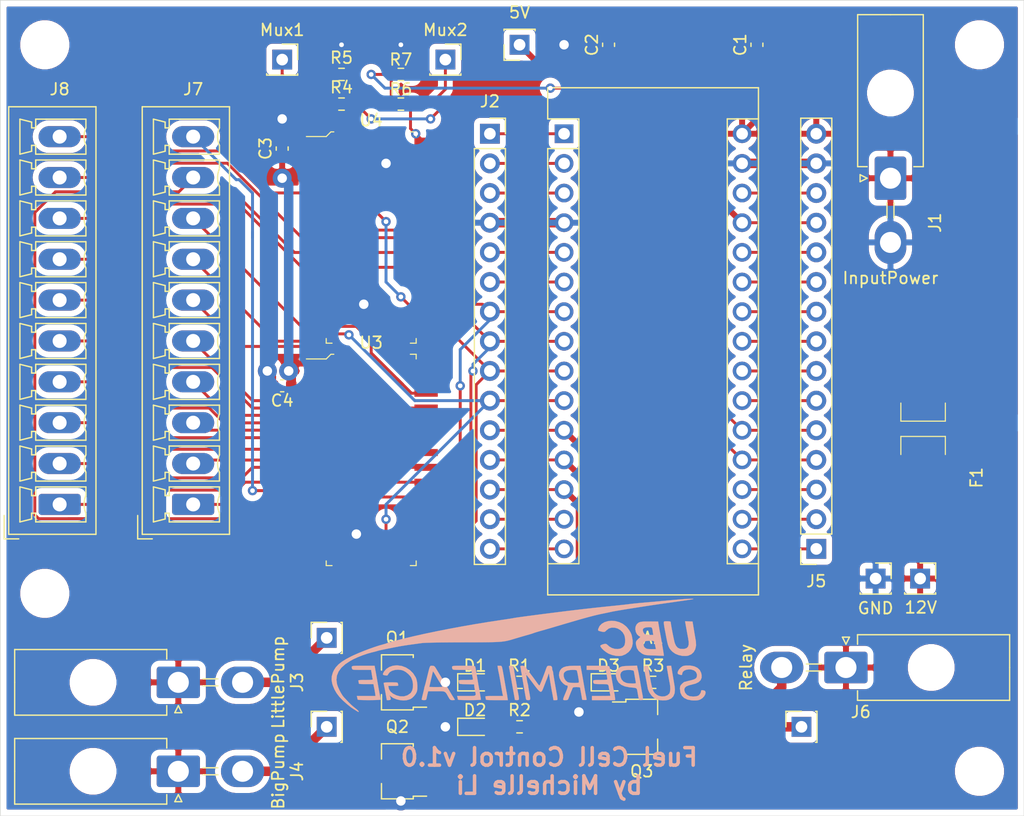
<source format=kicad_pcb>
(kicad_pcb (version 20211014) (generator pcbnew)
  (layers (0 "F.Cu" signal) (31 "B.Cu" signal) (34 "B.Paste" user) (35 "F.Paste" user) (36 "B.SilkS" user "B.Silkscreen") (37 "F.SilkS" user "F.Silkscreen") (38 "B.Mask" user) (39 "F.Mask" user) (44 "Edge.Cuts" user))
  (net 0 "")
  (net 1 "+5V")
  (net 2 "GND")
  (net 3 "/BigPump")
  (net 4 "Net-(D1-Pad2)")
  (net 5 "Net-(D2-Pad2)")
  (net 6 "Net-(D3-Pad2)")
  (net 7 "Net-(F1-Pad2)")
  (net 8 "Net-(J3-Pad2)")
  (net 9 "Net-(J4-Pad2)")
  (net 10 "Net-(J6-Pad2)")
  (net 11 "Net-(J7-Pad10)")
  (net 12 "Net-(J7-Pad9)")
  (net 13 "Net-(J7-Pad8)")
  (net 14 "Net-(J7-Pad7)")
  (net 15 "Net-(J7-Pad6)")
  (net 16 "Net-(J7-Pad5)")
  (net 17 "Net-(J7-Pad4)")
  (net 18 "Net-(J7-Pad3)")
  (net 19 "Net-(J7-Pad2)")
  (net 20 "Net-(J7-Pad1)")
  (net 21 "Net-(J8-Pad10)")
  (net 22 "Net-(J8-Pad9)")
  (net 23 "Net-(J8-Pad8)")
  (net 24 "Net-(J8-Pad7)")
  (net 25 "Net-(J8-Pad6)")
  (net 26 "Net-(J8-Pad5)")
  (net 27 "Net-(J8-Pad4)")
  (net 28 "Net-(J8-Pad3)")
  (net 29 "Net-(J8-Pad2)")
  (net 30 "Net-(J8-Pad1)")
  (net 31 "Net-(R4-Pad1)")
  (net 32 "Net-(U4-Pad26)")
  (net 33 "Net-(U4-Pad25)")
  (net 34 "Net-(U4-Pad24)")
  (net 35 "Net-(U4-Pad23)")
  (net 36 "Net-(U4-Pad11)")
  (net 37 "Net-(U4-Pad10)")
  (net 38 "Net-(U4-Pad9)")
  (net 39 "Net-(U4-Pad8)")
  (net 40 "Net-(U4-Pad7)")
  (net 41 "Net-(U4-Pad6)")
  (net 42 "Net-(U4-Pad5)")
  (net 43 "Net-(U4-Pad4)")
  (net 44 "/Analog7")
  (net 45 "/Analog6")
  (net 46 "/Analog5_SCL")
  (net 47 "/Analog3")
  (net 48 "/Analog2")
  (net 49 "/Analog1")
  (net 50 "+12V")
  (net 51 "/SCK")
  (net 52 "/MISO")
  (net 53 "/MOSI")
  (net 54 "/LittlePump")
  (net 55 "/RESET2")
  (net 56 "/Relay")
  (net 57 "/MuxSelect3")
  (net 58 "/MuxSelect2")
  (net 59 "/MuxSelect1")
  (net 60 "/Analog4_SDA")
  (net 61 "/MuxSelect0")
  (net 62 "/D3_PWM")
  (net 63 "/MuxAnalog")
  (net 64 "/RESET1")
  (net 65 "/AREF")
  (net 66 "/RX1")
  (net 67 "/Nano3V3Out")
  (net 68 "/TX1")
  (net 69 "/D2")
  (net 70 "Net-(R6-Pad1)")
  (footprint "digikey-footprints:SOIC-28_W7.5mm" (layer "F.Cu") (at 99.06 101.6)
    (fp_text reference "U3")
    (fp_text value "MUX506IDWR")
  )
  (footprint "Resistor_SMD:R_0603_1608Metric" (layer "F.Cu") (at 123.19 120.65)
    (fp_text reference "R3")
    (fp_text value "1.5k")
  )
  (footprint "Connector_Molex:Molex_Mini-Fit_Jr_5569-02A2_2x01_P4.20mm_Horizontal" (layer "F.Cu") (at 139.7 119.38 -90)
    (fp_text reference "J6")
    (fp_text value "Relay")
  )
  (footprint "Connector_Phoenix_MC:PhoenixContact_MCV_1,5_10-G-3.5_1x10_P3.50mm_Vertical" (layer "F.Cu") (at 72.39 105.41 90)
    (fp_text reference "J8")
    (fp_text value "Conn_01x10_Male")
  )
  (footprint "Capacitor_SMD:C_0603_1608Metric" (layer "F.Cu") (at 132.08 66.04 90)
    (fp_text reference "C1")
    (fp_text value "1uF")
  )
  (footprint "LED_SMD:LED_0603_1608Metric" (layer "F.Cu") (at 107.95 124.46)
    (fp_text reference "D2")
    (fp_text value "LED")
  )
  (footprint "Connector_PinSocket_2.54mm:PinSocket_1x01_P2.54mm_Vertical" (layer "F.Cu") (at 91.44 67.31)
    (fp_text reference "TP7" hide)
    (fp_text value "Mux1")
  )
  (footprint "Connector_PinSocket_2.54mm:PinSocket_1x01_P2.54mm_Vertical" (layer "F.Cu") (at 135.89 124.46 90)
    (fp_text reference "TP6" hide)
    (fp_text value "RelayT")
  )
  (footprint "Connector_PinSocket_2.54mm:PinSocket_1x01_P2.54mm_Vertical" (layer "F.Cu") (at 111.76 66.04 180)
    (fp_text reference "TP5" hide)
    (fp_text value "5V")
  )
  (footprint "Connector_PinSocket_2.54mm:PinSocket_1x01_P2.54mm_Vertical" (layer "F.Cu") (at 142.24 111.76)
    (fp_text reference "TP4" hide)
    (fp_text value "GND")
  )
  (footprint "Connector_PinSocket_2.54mm:PinSocket_1x01_P2.54mm_Vertical" (layer "F.Cu") (at 95.25 124.46 90)
    (fp_text reference "TP2" hide)
    (fp_text value "BPump")
  )
  (footprint "Resistor_SMD:R_0603_1608Metric" (layer "F.Cu") (at 111.76 124.46)
    (fp_text reference "R2")
    (fp_text value "1.5k")
  )
  (footprint "Resistor_SMD:R_0603_1608Metric" (layer "F.Cu") (at 96.52 71.12)
    (fp_text reference "R4")
    (fp_text value "820k")
  )
  (footprint "Module:Arduino_Nano" (layer "F.Cu") (at 115.57 73.66)
    (fp_text reference "A1")
    (fp_text value "Arduino_Nano_Every")
  )
  (footprint "Connector_Phoenix_MC:PhoenixContact_MCV_1,5_10-G-3.5_1x10_P3.50mm_Vertical" (layer "F.Cu") (at 83.82 105.41 90)
    (fp_text reference "J7")
    (fp_text value "Conn_01x10_Male")
  )
  (footprint "Connector_Molex:Molex_Mini-Fit_Jr_5569-02A2_2x01_P4.20mm_Horizontal" (layer "F.Cu") (at 143.51 77.47)
    (fp_text reference "J1")
    (fp_text value "InputPower")
  )
  (footprint "LED_SMD:LED_0603_1608Metric" (layer "F.Cu") (at 107.95 120.65)
    (fp_text reference "D1")
    (fp_text value "LED")
  )
  (footprint "Connector_PinSocket_2.54mm:PinSocket_1x15_P2.54mm_Vertical" (layer "F.Cu") (at 109.22 73.66)
    (fp_text reference "J2")
    (fp_text value "Conn_01x15_Female")
  )
  (footprint "Resistor_SMD:R_0603_1608Metric" (layer "F.Cu") (at 96.52 68.58)
    (fp_text reference "R5")
    (fp_text value "430k")
  )
  (footprint "Connector_PinSocket_2.54mm:PinSocket_1x15_P2.54mm_Vertical" (layer "F.Cu") (at 137.16 109.22 180)
    (fp_text reference "J5")
    (fp_text value "Conn_01x15_Female")
  )
  (footprint "Connector_Molex:Molex_Mini-Fit_Jr_5569-02A2_2x01_P4.20mm_Horizontal" (layer "F.Cu") (at 82.55 120.65 90)
    (fp_text reference "J3")
    (fp_text value "LittlePump")
  )
  (footprint "digikey-footprints:3586KTR" (layer "F.Cu") (at 146.05 99.06 90)
    (fp_text reference "F1")
    (fp_text value "Fuse" hide)
  )
  (footprint "Package_TO_SOT_SMD:SOT-89-3" (layer "F.Cu") (at 101.6 120.65 180)
    (fp_text reference "Q1")
    (fp_text value "Q_NMOS_GDS")
  )
  (footprint "LED_SMD:LED_0603_1608Metric" (layer "F.Cu") (at 119.38 120.65)
    (fp_text reference "D3")
    (fp_text value "LED")
  )
  (footprint "Capacitor_SMD:C_0603_1608Metric" (layer "F.Cu") (at 119.38 66.04 90)
    (fp_text reference "C2")
    (fp_text value "1uF")
  )
  (footprint "Connector_PinSocket_2.54mm:PinSocket_1x01_P2.54mm_Vertical" (layer "F.Cu") (at 146.05 111.76)
    (fp_text reference "TP3" hide)
    (fp_text value "12V")
  )
  (footprint "digikey-footprints:SOIC-28_W7.5mm" (layer "F.Cu") (at 99.06 82.55)
    (fp_text reference "U4")
    (fp_text value "MUX506IDWR")
  )
  (footprint "Connector_PinSocket_2.54mm:PinSocket_1x01_P2.54mm_Vertical" (layer "F.Cu") (at 95.25 116.84 90)
    (fp_text reference "TP1" hide)
    (fp_text value "LPump")
  )
  (footprint "MountingHole:MountingHole_3.2mm_M3" (layer "F.Cu") (at 71.12 66.04 180)
    (fp_text reference "H1" hide)
    (fp_text value "MountingHole" hide)
  )
  (footprint "MountingHole:MountingHole_3.2mm_M3" (layer "F.Cu") (at 151.13 66.04 180)
    (fp_text reference "H2" hide)
    (fp_text value "MountingHole" hide)
  )
  (footprint "MountingHole:MountingHole_3.2mm_M3" (layer "F.Cu") (at 151.13 128.27 90)
    (fp_text reference "H3" hide)
    (fp_text value "MountingHole" hide)
  )
  (footprint "MountingHole:MountingHole_3.2mm_M3" (layer "F.Cu") (at 71.12 113.03 -90)
    (fp_text reference "H4" hide)
    (fp_text value "MountingHole" hide)
  )
  (footprint "Resistor_SMD:R_0603_1608Metric" (layer "F.Cu") (at 111.76 120.65)
    (fp_text reference "R1")
    (fp_text value "1.5k")
  )
  (footprint "Capacitor_SMD:C_0603_1608Metric" (layer "F.Cu") (at 91.44 95.25 180)
    (fp_text reference "C4")
    (fp_text value "0.1uF")
  )
  (footprint "Resistor_SMD:R_0603_1608Metric" (layer "F.Cu") (at 101.6 71.12 180)
    (fp_text reference "R6")
    (fp_text value "820k")
  )
  (footprint "Resistor_SMD:R_0603_1608Metric" (layer "F.Cu") (at 101.6 68.58)
    (fp_text reference "R7")
    (fp_text value "430k")
  )
  (footprint "Capacitor_SMD:C_0603_1608Metric" (layer "F.Cu") (at 91.44 74.93 90)
    (fp_text reference "C3")
    (fp_text value "0.1uF")
  )
  (footprint "Connector_PinSocket_2.54mm:PinSocket_1x01_P2.54mm_Vertical" (layer "F.Cu") (at 105.41 67.31)
    (fp_text reference "TP8" hide)
    (fp_text value "Mux2")
  )
  (footprint "Package_TO_SOT_SMD:SOT-89-3" (layer "F.Cu") (at 101.6 128.27 180)
    (fp_text reference "Q2")
    (fp_text value "Q_NMOS_GDS")
  )
  (footprint "Package_TO_SOT_SMD:SOT-89-3" (layer "F.Cu") (at 121.92 124.46)
    (fp_text reference "Q3")
    (fp_text value "Q_NMOS_GDS")
  )
  (footprint "Connector_Molex:Molex_Mini-Fit_Jr_5569-02A2_2x01_P4.20mm_Horizontal" (layer "F.Cu") (at 82.55 128.27 90)
    (fp_text reference "J4")
    (fp_text value "BigPump")
  )
  (footprint "digikey-footprints:supermileagelogo3" (layer "B.Cu") (at 111.76 118.11 180)
    (fp_text reference "G***" hide)
    (fp_text value "LOGO" hide)
  )
  (gr_line (start 67.31 132.08) (end 67.31 62.23) (layer "Edge.Cuts") (width 0.05))
  (gr_line (start 67.31 62.23) (end 154.94 62.23) (layer "Edge.Cuts") (width 0.05))
  (gr_line (start 154.94 62.23) (end 154.94 132.08) (layer "Edge.Cuts") (width 0.05))
  (gr_line (start 154.94 132.08) (end 67.31 132.08) (layer "Edge.Cuts") (width 0.05))
  (gr_text "Fuel Cell Control v1.0\nby Michelle Li" (at 114.3 128.27) (layer "B.SilkS") (effects (font (size 1.5 1.5) (thickness 0.3)) (justify mirror)))
  (gr_text "12V" (at 146.11 114.24) (layer "F.SilkS") (effects (font (size 1 1))))
  (gr_text "GND" (at 142.24 114.3) (layer "F.SilkS") (effects (font (size 1 1))))
  (segment (start 118.888199 67.306801) (end 119.38 66.815) (width 0.508) (layer "F.Cu") (net 1))
  (segment (start 123.19 73.66) (end 123.19 66.99) (width 0.508) (layer "F.Cu") (net 1))
  (segment (start 113.026801 67.306801) (end 118.888199 67.306801) (width 0.508) (layer "F.Cu") (net 1))
  (segment (start 111.76 66.04) (end 113.026801 67.306801) (width 0.508) (layer "F.Cu") (net 1))
  (segment (start 137.16 81.28) (end 130.81 81.28) (width 0.25) (layer "F.Cu") (net 1))
  (segment (start 130.81 81.28) (end 123.19 73.66) (width 0.508) (layer "F.Cu") (net 1))
  (segment (start 119.38 66.815) (end 123.015 66.815) (width 0.508) (layer "F.Cu") (net 1))
  (segment (start 123.015 66.815) (end 123.19 66.99) (width 0.508) (layer "F.Cu") (net 1))
  (segment (start 118.11 124.46) (end 120.3575 124.46) (width 0.508) (layer "F.Cu") (net 2))
  (segment (start 90.665 94.475) (end 90.17 93.98) (width 0.508) (layer "F.Cu") (net 2))
  (segment (start 131.905 65.09) (end 132.08 65.265) (width 0.508) (layer "F.Cu") (net 2))
  (segment (start 100.965 75.565) (end 100.33 76.2) (width 0.508) (layer "F.Cu") (net 2))
  (segment (start 97.345 66.865) (end 96.52 66.04) (width 0.25) (layer "F.Cu") (net 2))
  (segment (start 137.16 76.2) (end 130.81 76.2) (width 0.8128) (layer "F.Cu") (net 2))
  (segment (start 103.76 75.565) (end 100.965 75.565) (width 0.508) (layer "F.Cu") (net 2))
  (segment (start 102.558478 128.27) (end 101.6 129.228478) (width 0.8128) (layer "F.Cu") (net 2))
  (segment (start 98.425 88.265) (end 100.33 90.17) (width 0.508) (layer "F.Cu") (net 2))
  (segment (start 91.44 74.155) (end 91.44 72.39) (width 0.508) (layer "F.Cu") (net 2))
  (segment (start 101.6 129.228478) (end 101.6 130.81) (width 0.8128) (layer "F.Cu") (net 2))
  (segment (start 131.905 65.09) (end 119.38 65.09) (width 0.508) (layer "F.Cu") (net 2))
  (segment (start 118.5925 120.65) (end 118.5925 121.4375) (width 0.508) (layer "F.Cu") (net 2))
  (segment (start 103.1625 120.65) (end 105.41 120.65) (width 0.8128) (layer "F.Cu") (net 2))
  (segment (start 118.5925 121.4375) (end 116.84 123.19) (width 0.508) (layer "F.Cu") (net 2))
  (segment (start 119.38 65.09) (end 116.52 65.09) (width 0.508) (layer "F.Cu") (net 2))
  (segment (start 102.425 68.58) (end 102.425 66.865) (width 0.25) (layer "F.Cu") (net 2))
  (segment (start 102.912798 94.615) (end 103.76 94.615) (width 0.508) (layer "F.Cu") (net 2))
  (segment (start 94.36 107.315) (end 97.155 107.315) (width 0.8128) (layer "F.Cu") (net 2))
  (segment (start 94.36 88.265) (end 98.425 88.265) (width 0.508) (layer "F.Cu") (net 2))
  (segment (start 90.665 95.25) (end 90.665 94.475) (width 0.508) (layer "F.Cu") (net 2))
  (segment (start 102.425 66.865) (end 101.6 66.04) (width 0.25) (layer "F.Cu") (net 2))
  (segment (start 116.52 65.09) (end 115.57 66.04) (width 0.508) (layer "F.Cu") (net 2))
  (segment (start 109.22 81.28) (end 115.57 81.28) (width 0.8128) (layer "F.Cu") (net 2))
  (segment (start 107.1625 124.46) (end 105.41 124.46) (width 0.8128) (layer "F.Cu") (net 2))
  (segment (start 97.345 68.58) (end 97.345 66.865) (width 0.25) (layer "F.Cu") (net 2))
  (segment (start 107.1625 120.65) (end 105.41 120.65) (width 0.8128) (layer "F.Cu") (net 2))
  (segment (start 100.33 90.17) (end 100.33 92.032202) (width 0.508) (layer "F.Cu") (net 2))
  (segment (start 100.33 92.032202) (end 102.912798 94.615) (width 0.508) (layer "F.Cu") (net 2))
  (segment (start 103.1625 128.27) (end 102.558478 128.27) (width 0.8128) (layer "F.Cu") (net 2))
  (segment (start 101.616401 130.826401) (end 101.6 130.81) (width 0.8128) (layer "F.Cu") (net 2))
  (segment (start 116.84 123.19) (end 118.11 124.46) (width 0.508) (layer "F.Cu") (net 2))
  (segment (start 97.155 107.315) (end 97.79 107.95) (width 0.8128) (layer "F.Cu") (net 2))
  (via (at 96.52 66.04) (size 0.8) (drill 0.4) (layers "F.Cu" "B.Cu") (net 2))
  (via (at 115.57 66.04) (size 1.6256) (drill 0.8128) (layers "F.Cu" "B.Cu") (net 2))
  (via (at 116.84 123.19) (size 1.6256) (drill 0.8128) (layers "F.Cu" "B.Cu") (net 2))
  (via (at 90.17 93.98) (size 1.6256) (drill 0.8128) (layers "F.Cu" "B.Cu") (net 2))
  (via (at 101.6 130.81) (size 1.6256) (drill 0.8128) (layers "F.Cu" "B.Cu") (net 2))
  (via (at 97.79 107.95) (size 1.6256) (drill 0.8128) (layers "F.Cu" "B.Cu") (net 2))
  (via (at 105.41 120.65) (size 1.6256) (drill 0.8128) (layers "F.Cu" "B.Cu") (net 2))
  (via (at 105.41 124.46) (size 1.6256) (drill 0.8128) (layers "F.Cu" "B.Cu") (net 2))
  (via (at 98.425 88.265) (size 1.6256) (drill 0.8128) (layers "F.Cu" "B.Cu") (net 2))
  (via (at 100.33 76.2) (size 1.6256) (drill 0.8128) (layers "F.Cu" "B.Cu") (net 2))
  (via (at 91.44 72.39) (size 1.6256) (drill 0.8128) (layers "F.Cu" "B.Cu") (net 2))
  (via (at 101.6 66.04) (size 0.8) (drill 0.4) (layers "F.Cu" "B.Cu") (net 2))
  (segment (start 110.26 129.77) (end 103.25 129.77) (width 0.25) (layer "F.Cu") (net 3))
  (segment (start 119.38 105.41) (end 119.38 117.665) (width 0.508) (layer "F.Cu") (net 3))
  (segment (start 109.22 101.6) (end 115.57 101.6) (width 0.25) (layer "F.Cu") (net 3))
  (segment (start 119.38 117.665) (end 112.585 124.46) (width 0.508) (layer "F.Cu") (net 3))
  (segment (start 112.585 127.445) (end 110.26 129.77) (width 0.25) (layer "F.Cu") (net 3))
  (segment (start 115.57 101.6) (end 119.38 105.41) (width 0.508) (layer "F.Cu") (net 3))
  (segment (start 112.585 124.46) (end 112.585 127.445) (width 0.25) (layer "F.Cu") (net 3))
  (segment (start 110.935 120.65) (end 108.7375 120.65) (width 0.508) (layer "F.Cu") (net 4))
  (segment (start 110.935 124.46) (end 108.7375 124.46) (width 0.508) (layer "F.Cu") (net 5))
  (segment (start 120.1675 120.65) (end 122.365 120.65) (width 0.508) (layer "F.Cu") (net 6))
  (segment (start 146.304 92.729) (end 146.144 92.729) (width 0.8128) (layer "F.Cu") (net 7))
  (segment (start 146.304 92.729) (end 146.464 92.729) (width 0.8128) (layer "F.Cu") (net 7))
  (segment (start 91.44 120.65) (end 92.94 119.15) (width 0.8128) (layer "F.Cu") (net 8))
  (segment (start 88.05 120.65) (end 91.44 120.65) (width 0.8128) (layer "F.Cu") (net 8))
  (segment (start 92.94 119.15) (end 103.25 119.15) (width 0.8128) (layer "F.Cu") (net 8))
  (segment (start 91.44 120.65) (end 95.25 116.84) (width 0.8128) (layer "F.Cu") (net 8))
  (segment (start 103.22291 126.79709) (end 103.25 126.77) (width 0.8128) (layer "F.Cu") (net 9))
  (segment (start 92.71 127) (end 92.91291 126.79709) (width 0.8128) (layer "F.Cu") (net 9))
  (segment (start 92.91291 126.79709) (end 103.22291 126.79709) (width 0.8128) (layer "F.Cu") (net 9))
  (segment (start 91.44 128.27) (end 92.71 127) (width 0.8128) (layer "F.Cu") (net 9))
  (segment (start 88.05 128.27) (end 91.44 128.27) (width 0.8128) (layer "F.Cu") (net 9))
  (segment (start 92.71 127) (end 95.25 124.46) (width 0.8128) (layer "F.Cu") (net 9))
  (segment (start 129.54 125.73) (end 130.81 124.46) (width 0.8128) (layer "F.Cu") (net 10))
  (segment (start 134.2 121.07) (end 134.2 119.38) (width 0.8128) (layer "F.Cu") (net 10))
  (segment (start 122.73 128.27) (end 127 128.27) (width 0.8128) (layer "F.Cu") (net 10))
  (segment (start 130.81 124.46) (end 135.89 124.46) (width 0.8128) (layer "F.Cu") (net 10))
  (segment (start 120.42 125.96) (end 122.73 128.27) (width 0.8128) (layer "F.Cu") (net 10))
  (segment (start 129.54 125.73) (end 134.2 121.07) (width 0.8128) (layer "F.Cu") (net 10))
  (segment (start 120.27 125.96) (end 120.42 125.96) (width 0.8128) (layer "F.Cu") (net 10))
  (segment (start 127 128.27) (end 129.54 125.73) (width 0.8128) (layer "F.Cu") (net 10))
  (segment (start 88.9 104.23) (end 93.815 104.23) (width 0.25) (layer "F.Cu") (net 11))
  (segment (start 93.815 104.23) (end 94.36 104.775) (width 0.25) (layer "F.Cu") (net 11))
  (via (at 88.9 104.23) (size 0.8) (drill 0.4) (layers "F.Cu" "B.Cu") (net 11))
  (segment (start 88.9 82.075) (end 88.9 82.55) (width 0.25) (layer "B.Cu") (net 11))
  (segment (start 88.9 82.55) (end 88.9 104.14) (width 0.25) (layer "B.Cu") (net 11))
  (segment (start 88.9 78.74) (end 88.9 82.55) (width 0.25) (layer "B.Cu") (net 11))
  (segment (start 83.82 73.91) (end 87.505 77.595) (width 0.25) (layer "B.Cu") (net 11))
  (segment (start 87.755 77.595) (end 88.9 78.74) (width 0.25) (layer "B.Cu") (net 11))
  (segment (start 87.755 77.595) (end 87.505 77.595) (width 0.25) (layer "B.Cu") (net 11))
  (segment (start 77.42501 106.63501) (end 73.14182 106.63501) (width 0.25) (layer "F.Cu") (net 12))
  (segment (start 93.11 106.045) (end 92.51999 106.63501) (width 0.25) (layer "F.Cu") (net 12))
  (segment (start 72.032565 78.63501) (end 70.26499 80.402585) (width 0.25) (layer "F.Cu") (net 12))
  (segment (start 70.26499 80.402585) (end 70.26499 106.29818) (width 0.25) (layer "F.Cu") (net 12))
  (segment (start 94.36 106.045) (end 93.11 106.045) (width 0.25) (layer "F.Cu") (net 12))
  (segment (start 83.82 77.41) (end 82.59499 78.63501) (width 0.25) (layer "F.Cu") (net 12))
  (segment (start 82.59499 78.63501) (end 72.032565 78.63501) (width 0.25) (layer "F.Cu") (net 12))
  (segment (start 92.51999 106.63501) (end 77.42501 106.63501) (width 0.25) (layer "F.Cu") (net 12))
  (segment (start 70.60182 106.63501) (end 77.42501 106.63501) (width 0.25) (layer "F.Cu") (net 12))
  (segment (start 70.26499 106.29818) (end 70.60182 106.63501) (width 0.25) (layer "F.Cu") (net 12))
  (segment (start 97.780001 90.160001) (end 99.06 91.44) (width 0.25) (layer "F.Cu") (net 13))
  (segment (start 95.259999 90.160001) (end 97.780001 90.160001) (width 0.25) (layer "F.Cu") (net 13))
  (segment (start 99.06 92.435) (end 101.7375 95.1125) (width 0.25) (layer "F.Cu") (net 13))
  (segment (start 102.51 95.885) (end 103.76 95.885) (width 0.25) (layer "F.Cu") (net 13))
  (segment (start 93.070001 90.160001) (end 83.82 80.91) (width 0.25) (layer "F.Cu") (net 13))
  (segment (start 101.7375 95.1125) (end 102.51 95.885) (width 0.25) (layer "F.Cu") (net 13))
  (segment (start 95.600003 90.160001) (end 95.259999 90.160001) (width 0.25) (layer "F.Cu") (net 13))
  (segment (start 95.259999 90.160001) (end 93.070001 90.160001) (width 0.25) (layer "F.Cu") (net 13))
  (segment (start 101.251999 94.626999) (end 101.7375 95.1125) (width 0.25) (layer "F.Cu") (net 13))
  (segment (start 99.06 91.44) (end 99.06 92.435) (width 0.25) (layer "F.Cu") (net 13))
  (segment (start 103.76 97.155) (end 101.87641 97.155) (width 0.25) (layer "F.Cu") (net 14))
  (segment (start 96.151411 91.430001) (end 90.840001 91.430001) (width 0.25) (layer "F.Cu") (net 14))
  (segment (start 101.87641 97.155) (end 96.151411 91.430001) (width 0.25) (layer "F.Cu") (net 14))
  (segment (start 90.840001 91.430001) (end 83.82 84.41) (width 0.25) (layer "F.Cu") (net 14))
  (segment (start 87.790011 91.880011) (end 83.82 87.91) (width 0.25) (layer "F.Cu") (net 15))
  (segment (start 103.76 98.425) (end 101.32641 98.425) (width 0.25) (layer "F.Cu") (net 15))
  (segment (start 101.32641 98.425) (end 94.781421 91.880011) (width 0.25) (layer "F.Cu") (net 15))
  (segment (start 94.781421 91.880011) (end 87.790011 91.880011) (width 0.25) (layer "F.Cu") (net 15))
  (segment (start 83.82 91.43859) (end 83.82 91.41) (width 0.25) (layer "F.Cu") (net 16))
  (segment (start 88.90141 96.52) (end 83.82 91.43859) (width 0.25) (layer "F.Cu") (net 16))
  (segment (start 98.70141 96.52) (end 88.90141 96.52) (width 0.25) (layer "F.Cu") (net 16))
  (segment (start 103.76 99.695) (end 101.87641 99.695) (width 0.25) (layer "F.Cu") (net 16))
  (segment (start 101.87641 99.695) (end 98.70141 96.52) (width 0.25) (layer "F.Cu") (net 16))
  (segment (start 99.325001 97.780001) (end 102.51 100.965) (width 0.25) (layer "F.Cu") (net 17))
  (segment (start 102.51 100.965) (end 103.76 100.965) (width 0.25) (layer "F.Cu") (net 17))
  (segment (start 83.82 94.91) (end 86.690001 97.780001) (width 0.25) (layer "F.Cu") (net 17))
  (segment (start 86.690001 97.780001) (end 99.325001 97.780001) (width 0.25) (layer "F.Cu") (net 17))
  (segment (start 102.431998 102.235) (end 103.76 102.235) (width 0.25) (layer "F.Cu") (net 18))
  (segment (start 84.460001 99.050001) (end 99.246999 99.050001) (width 0.25) (layer "F.Cu") (net 18))
  (segment (start 99.246999 99.050001) (end 102.431998 102.235) (width 0.25) (layer "F.Cu") (net 18))
  (segment (start 83.82 98.41) (end 84.460001 99.050001) (width 0.25) (layer "F.Cu") (net 18))
  (segment (start 100.965 103.505) (end 99.069999 101.609999) (width 0.25) (layer "F.Cu") (net 19))
  (segment (start 99.069999 101.609999) (end 84.120001 101.609999) (width 0.25) (layer "F.Cu") (net 19))
  (segment (start 84.120001 101.609999) (end 83.94501 101.78499) (width 0.25) (layer "F.Cu") (net 19))
  (segment (start 83.94501 101.78499) (end 83.82 101.78499) (width 0.25) (layer "F.Cu") (net 19))
  (segment (start 103.76 103.505) (end 100.965 103.505) (width 0.25) (layer "F.Cu") (net 19))
  (segment (start 97.155 104.775) (end 96.52 105.41) (width 0.25) (layer "F.Cu") (net 20))
  (segment (start 103.76 104.775) (end 97.155 104.775) (width 0.25) (layer "F.Cu") (net 20))
  (segment (start 83.82 105.41) (end 96.52 105.41) (width 0.25) (layer "F.Cu") (net 20))
  (segment (start 76.15501 75.13501) (end 74.93 73.91) (width 0.25) (layer "F.Cu") (net 21))
  (segment (start 86.331418 75.13501) (end 76.15501 75.13501) (width 0.25) (layer "F.Cu") (net 21))
  (segment (start 98.785002 81.915) (end 95.600003 78.730001) (width 0.25) (layer "F.Cu") (net 21))
  (segment (start 95.600003 78.730001) (end 89.926409 78.730001) (width 0.25) (layer "F.Cu") (net 21))
  (segment (start 89.926409 78.730001) (end 86.331418 75.13501) (width 0.25) (layer "F.Cu") (net 21))
  (segment (start 103.76 81.915) (end 98.785002 81.915) (width 0.25) (layer "F.Cu") (net 21))
  (segment (start 74.93 73.91) (end 72.39 73.91) (width 0.25) (layer "F.Cu") (net 21))
  (segment (start 93.119997 82.559999) (end 103.134999 82.559999) (width 0.25) (layer "F.Cu") (net 22))
  (segment (start 74.93 77.41) (end 76.15501 76.18499) (width 0.25) (layer "F.Cu") (net 22))
  (segment (start 86.744988 76.18499) (end 93.119997 82.559999) (width 0.25) (layer "F.Cu") (net 22))
  (segment (start 103.134999 82.559999) (end 103.76 83.185) (width 0.25) (layer "F.Cu") (net 22))
  (segment (start 74.93 77.41) (end 72.39 77.41) (width 0.25) (layer "F.Cu") (net 22))
  (segment (start 76.15501 76.18499) (end 86.744988 76.18499) (width 0.25) (layer "F.Cu") (net 22))
  (segment (start 103.76 84.455) (end 103.134999 83.829999) (width 0.25) (layer "F.Cu") (net 23))
  (segment (start 76.60502 79.23498) (end 74.93 80.91) (width 0.25) (layer "F.Cu") (net 23))
  (segment (start 74.93 80.91) (end 72.39 80.91) (width 0.25) (layer "F.Cu") (net 23))
  (segment (start 103.134999 83.829999) (end 92.486407 83.829999) (width 0.25) (layer "F.Cu") (net 23))
  (segment (start 92.486407 83.829999) (end 87.891388 79.23498) (width 0.25) (layer "F.Cu") (net 23))
  (segment (start 87.891388 79.23498) (end 76.60502 79.23498) (width 0.25) (layer "F.Cu") (net 23))
  (segment (start 74.93 84.41) (end 79.65501 79.68499) (width 0.25) (layer "F.Cu") (net 24))
  (segment (start 87.704988 79.68499) (end 93.119997 85.099999) (width 0.25) (layer "F.Cu") (net 24))
  (segment (start 79.65501 79.68499) (end 87.704988 79.68499) (width 0.25) (layer "F.Cu") (net 24))
  (segment (start 93.119997 85.099999) (end 103.134999 85.099999) (width 0.25) (layer "F.Cu") (net 24))
  (segment (start 103.134999 85.099999) (end 103.76 85.725) (width 0.25) (layer "F.Cu") (net 24))
  (segment (start 74.93 84.41) (end 72.39 84.41) (width 0.25) (layer "F.Cu") (net 24))
  (segment (start 88.9 97.155) (end 94.36 97.155) (width 0.25) (layer "F.Cu") (net 25))
  (segment (start 80.70499 93.68499) (end 74.93 87.91) (width 0.25) (layer "F.Cu") (net 25))
  (segment (start 85.42999 93.68499) (end 88.9 97.155) (width 0.25) (layer "F.Cu") (net 25))
  (segment (start 74.93 87.91) (end 72.39 87.91) (width 0.25) (layer "F.Cu") (net 25))
  (segment (start 85.42999 93.68499) (end 80.70499 93.68499) (width 0.25) (layer "F.Cu") (net 25))
  (segment (start 94.36 97.155) (end 93.66 97.155) (width 0.25) (layer "F.Cu") (net 25))
  (segment (start 74.93 91.41) (end 72.39 91.41) (width 0.25) (layer "F.Cu") (net 26))
  (segment (start 93.744998 98.425) (end 94.36 98.425) (width 0.25) (layer "F.Cu") (net 26))
  (segment (start 86.467425 98.425) (end 85.197425 97.155) (width 0.25) (layer "F.Cu") (net 26))
  (segment (start 94.36 98.425) (end 86.467425 98.425) (width 0.25) (layer "F.Cu") (net 26))
  (segment (start 85.197425 97.155) (end 80.675 97.155) (width 0.25) (layer "F.Cu") (net 26))
  (segment (start 80.675 97.155) (end 74.93 91.41) (width 0.25) (layer "F.Cu") (net 26))
  (segment (start 94.36 99.695) (end 79.715 99.695) (width 0.25) (layer "F.Cu") (net 27))
  (segment (start 79.715 99.695) (end 74.93 94.91) (width 0.25) (layer "F.Cu") (net 27))
  (segment (start 74.93 94.91) (end 72.39 94.91) (width 0.25) (layer "F.Cu") (net 27))
  (segment (start 77.20499 100.68499) (end 74.93 98.41) (width 0.25) (layer "F.Cu") (net 28))
  (segment (start 94.07999 100.68499) (end 77.20499 100.68499) (width 0.25) (layer "F.Cu") (net 28))
  (segment (start 74.93 98.41) (end 72.39 98.41) (width 0.25) (layer "F.Cu") (net 28))
  (segment (start 94.36 100.965) (end 94.07999 100.68499) (width 0.25) (layer "F.Cu") (net 28))
  (segment (start 72.39 101.91) (end 74.93 101.91) (width 0.25) (layer "F.Cu") (net 29))
  (segment (start 87.99858 103.13501) (end 76.15501 103.13501) (width 0.25) (layer "F.Cu") (net 29))
  (segment (start 76.15501 103.13501) (end 74.93 101.91) (width 0.25) (layer "F.Cu") (net 29))
  (segment (start 87.99858 103.13501) (end 88.89859 102.235) (width 0.25) (layer "F.Cu") (net 29))
  (segment (start 88.89859 102.235) (end 94.36 102.235) (width 0.25) (layer "F.Cu") (net 29))
  (segment (start 87.58501 104.18499) (end 76.15501 104.18499) (width 0.25) (layer "F.Cu") (net 30))
  (segment (start 88.265 103.505) (end 94.36 103.505) (width 0.25) (layer "F.Cu") (net 30))
  (segment (start 74.93 105.41) (end 72.39 105.41) (width 0.25) (layer "F.Cu") (net 30))
  (segment (start 87.58501 104.18499) (end 88.265 103.505) (width 0.25) (layer "F.Cu") (net 30))
  (segment (start 76.15501 104.18499) (end 74.93 105.41) (width 0.25) (layer "F.Cu") (net 30))
  (segment (start 102.434999 88.464999) (end 101.6 87.63) (width 0.25) (layer "F.Cu") (net 31))
  (segment (start 102.499999 91.430001) (end 102.434999 91.365001) (width 0.25) (layer "F.Cu") (net 31))
  (segment (start 91.44 67.31) (end 91.44 68.58) (width 0.25) (layer "F.Cu") (net 31))
  (segment (start 99.192199 80.052199) (end 99.192199 74.617199) (width 0.25) (layer "F.Cu") (net 31))
  (segment (start 103.76 93.345) (end 104.149999 92.955001) (width 0.25) (layer "F.Cu") (net 31))
  (segment (start 104.149999 92.955001) (end 104.149999 91.430001) (width 0.25) (layer "F.Cu") (net 31))
  (segment (start 100.33 81.19) (end 99.192199 80.052199) (width 0.25) (layer "F.Cu") (net 31))
  (segment (start 93.98 71.12) (end 91.44 68.58) (width 0.25) (layer "F.Cu") (net 31))
  (segment (start 99.192199 74.617199) (end 95.695 71.12) (width 0.25) (layer "F.Cu") (net 31))
  (segment (start 95.695 71.12) (end 93.98 71.12) (width 0.25) (layer "F.Cu") (net 31))
  (segment (start 102.434999 91.365001) (end 102.434999 88.464999) (width 0.25) (layer "F.Cu") (net 31))
  (segment (start 104.149999 91.430001) (end 102.499999 91.430001) (width 0.25) (layer "F.Cu") (net 31))
  (via (at 100.33 81.19) (size 0.8) (drill 0.4) (layers "F.Cu" "B.Cu") (net 31))
  (via (at 101.6 87.63) (size 0.8) (drill 0.4) (layers "F.Cu" "B.Cu") (net 31))
  (segment (start 101.6 87.63) (end 100.33 86.36) (width 0.25) (layer "B.Cu") (net 31))
  (segment (start 100.33 86.36) (end 100.33 81.19) (width 0.25) (layer "B.Cu") (net 31))
  (segment (start 130.81 83.82) (end 137.16 83.82) (width 0.25) (layer "F.Cu") (net 44))
  (segment (start 130.81 86.36) (end 137.16 86.36) (width 0.25) (layer "F.Cu") (net 45))
  (segment (start 137.16 88.9) (end 130.81 88.9) (width 0.25) (layer "F.Cu") (net 46))
  (segment (start 137.16 93.98) (end 130.81 93.98) (width 0.25) (layer "F.Cu") (net 47))
  (segment (start 130.81 96.52) (end 137.16 96.52) (width 0.25) (layer "F.Cu") (net 48))
  (segment (start 130.81 99.06) (end 119.38 87.63) (width 0.25) (layer "F.Cu") (net 49))
  (segment (start 119.38 87.63) (end 119.38 71.12) (width 0.25) (layer "F.Cu") (net 49))
  (segment (start 99.06 68.58) (end 100.775 68.58) (width 0.25) (layer "F.Cu") (net 49))
  (segment (start 114.486413 69.755001) (end 114.394999 69.755001) (width 0.25) (layer "F.Cu") (net 49))
  (segment (start 114.394999 69.755001) (end 118.015001 69.755001) (width 0.25) (layer "F.Cu") (net 49))
  (segment (start 137.16 99.06) (end 130.81 99.06) (width 0.25) (layer "F.Cu") (net 49))
  (segment (start 100.775 71.12) (end 100.775 68.58) (width 0.25) (layer "F.Cu") (net 49))
  (segment (start 118.015001 69.755001) (end 119.38 71.12) (width 0.25) (layer "F.Cu") (net 49))
  (via (at 114.394999 69.755001) (size 0.8) (drill 0.4) (layers "F.Cu" "B.Cu") (net 49))
  (via (at 99.06 68.58) (size 0.8) (drill 0.4) (layers "F.Cu" "B.Cu") (net 49))
  (segment (start 114.394999 69.755001) (end 100.235001 69.755001) (width 0.25) (layer "B.Cu") (net 49))
  (segment (start 100.235001 69.755001) (end 99.06 68.58) (width 0.25) (layer "B.Cu") (net 49))
  (segment (start 92.215 95.25) (end 92.215 94.199397) (width 0.8128) (layer "F.Cu") (net 50))
  (segment (start 148.754 102.847) (end 148.594 102.847) (width 0.8128) (layer "F.Cu") (net 50))
  (segment (start 132.08 66.815) (end 132.08 72.39) (width 0.508) (layer "F.Cu") (net 50))
  (segment (start 132.08 72.39) (end 130.81 73.66) (width 0.508) (layer "F.Cu") (net 50))
  (segment (start 92.215 94.199397) (end 91.995603 93.98) (width 0.8128) (layer "F.Cu") (net 50))
  (segment (start 130.81 73.66) (end 137.16 73.66) (width 0.25) (layer "F.Cu") (net 50))
  (segment (start 143.854 102.847) (end 144.014 102.847) (width 0.8128) (layer "F.Cu") (net 50))
  (via (at 91.44 77.47) (size 1.6256) (drill 0.8128) (layers "F.Cu" "B.Cu") (net 50))
  (via (at 91.995603 93.98) (size 1.6256) (drill 0.8128) (layers "F.Cu" "B.Cu") (net 50))
  (segment (start 91.995603 78.025603) (end 91.44 77.47) (width 0.8128) (layer "B.Cu") (net 50))
  (segment (start 91.995603 93.98) (end 91.995603 78.025603) (width 0.8128) (layer "B.Cu") (net 50))
  (segment (start 137.16 109.22) (end 130.81 109.22) (width 0.25) (layer "F.Cu") (net 51))
  (segment (start 115.57 109.22) (end 109.22 109.22) (width 0.25) (layer "F.Cu") (net 52))
  (segment (start 109.22 106.68) (end 115.57 106.68) (width 0.25) (layer "F.Cu") (net 53))
  (segment (start 103.25 122.15) (end 111.085 122.15) (width 0.25) (layer "F.Cu") (net 54))
  (segment (start 111.085 122.15) (end 112.585 120.65) (width 0.25) (layer "F.Cu") (net 54))
  (segment (start 112.638588 120.65) (end 112.585 120.65) (width 0.25) (layer "F.Cu") (net 54))
  (segment (start 115.57 104.14) (end 116.824001 105.394001) (width 0.508) (layer "F.Cu") (net 54))
  (segment (start 116.695 108.095) (end 116.695001 108.094999) (width 0.25) (layer "F.Cu") (net 54))
  (segment (start 115.57 104.14) (end 109.22 104.14) (width 0.25) (layer "F.Cu") (net 54))
  (segment (start 116.824001 116.410999) (end 112.585 120.65) (width 0.508) (layer "F.Cu") (net 54))
  (segment (start 116.824001 105.394001) (end 116.824001 116.410999) (width 0.508) (layer "F.Cu") (net 54))
  (segment (start 130.81 78.74) (end 137.16 78.74) (width 0.25) (layer "F.Cu") (net 55))
  (segment (start 124.015 107.505) (end 124.015 120.65) (width 0.508) (layer "F.Cu") (net 56))
  (segment (start 121.705 122.96) (end 120.27 122.96) (width 0.25) (layer "F.Cu") (net 56))
  (segment (start 115.57 99.06) (end 109.22 99.06) (width 0.25) (layer "F.Cu") (net 56))
  (segment (start 115.57 99.06) (end 124.015 107.505) (width 0.508) (layer "F.Cu") (net 56))
  (segment (start 124.015 120.65) (end 121.705 122.96) (width 0.25) (layer "F.Cu") (net 56))
  (segment (start 100.33 107.95) (end 100.33 106.68) (width 0.25) (layer "F.Cu") (net 57))
  (segment (start 94.36 90.805) (end 94.615 90.805) (width 0.25) (layer "F.Cu") (net 57))
  (segment (start 94.36 90.805) (end 97.074999 90.805) (width 0.25) (layer "F.Cu") (net 57))
  (segment (start 94.36 109.855) (end 98.425 109.855) (width 0.25) (layer "F.Cu") (net 57))
  (segment (start 97.074999 90.805) (end 97.155 90.885001) (width 0.25) (layer "F.Cu") (net 57))
  (segment (start 94.975002 109.855) (end 94.36 109.855) (width 0.25) (layer "F.Cu") (net 57))
  (segment (start 109.22 96.52) (end 115.57 96.52) (width 0.25) (layer "F.Cu") (net 57))
  (segment (start 98.425 109.855) (end 100.33 107.95) (width 0.25) (layer "F.Cu") (net 57))
  (via (at 100.33 106.68) (size 0.8) (drill 0.4) (layers "F.Cu" "B.Cu") (net 57))
  (via (at 97.155 90.885001) (size 0.8) (drill 0.4) (layers "F.Cu" "B.Cu") (net 57))
  (segment (start 100.33 105.41) (end 100.33 106.68) (width 0.25) (layer "B.Cu") (net 57))
  (segment (start 102.789999 96.52) (end 109.22 96.52) (width 0.25) (layer "B.Cu") (net 57))
  (segment (start 97.155 90.885001) (end 102.789999 96.52) (width 0.25) (layer "B.Cu") (net 57))
  (segment (start 100.33 105.41) (end 109.22 96.52) (width 0.25) (layer "B.Cu") (net 57))
  (segment (start 103.76 90.805) (end 106.045 90.805) (width 0.25) (layer "F.Cu") (net 58))
  (segment (start 103.76 109.855) (end 105.01 109.855) (width 0.25) (layer "F.Cu") (net 58))
  (segment (start 108.044999 106.820001) (end 108.044999 95.155001) (width 0.25) (layer "F.Cu") (net 58))
  (segment (start 108.044999 95.155001) (end 109.22 93.98) (width 0.25) (layer "F.Cu") (net 58))
  (segment (start 105.01 109.855) (end 108.044999 106.820001) (width 0.25) (layer "F.Cu") (net 58))
  (segment (start 109.22 93.98) (end 115.57 93.98) (width 0.25) (layer "F.Cu") (net 58))
  (segment (start 106.045 90.805) (end 109.22 93.98) (width 0.25) (layer "F.Cu") (net 58))
  (segment (start 107.594989 94.155008) (end 107.769997 93.98) (width 0.25) (layer "F.Cu") (net 59))
  (segment (start 107.594989 106.000011) (end 107.594989 94.155008) (width 0.25) (layer "F.Cu") (net 59))
  (segment (start 103.76 108.585) (end 105.01 108.585) (width 0.25) (layer "F.Cu") (net 59))
  (segment (start 115.57 91.44) (end 109.22 91.44) (width 0.25) (layer "F.Cu") (net 59))
  (segment (start 103.76 89.535) (end 107.315 89.535) (width 0.25) (layer "F.Cu") (net 59))
  (segment (start 107.315 89.535) (end 109.22 91.44) (width 0.25) (layer "F.Cu") (net 59))
  (segment (start 105.01 108.585) (end 107.594989 106.000011) (width 0.25) (layer "F.Cu") (net 59))
  (via (at 107.769997 93.98) (size 0.8) (drill 0.4) (layers "F.Cu" "B.Cu") (net 59))
  (segment (start 109.22 91.964312) (end 109.22 91.44) (width 0.25) (layer "B.Cu") (net 59))
  (segment (start 107.769997 93.98) (end 107.769997 93.414315) (width 0.25) (layer "B.Cu") (net 59))
  (segment (start 107.769997 93.414315) (end 109.22 91.964312) (width 0.25) (layer "B.Cu") (net 59))
  (segment (start 130.81 91.44) (end 137.16 91.44) (width 0.25) (layer "F.Cu") (net 60))
  (segment (start 106.68 105.01141) (end 104.37641 107.315) (width 0.25) (layer "F.Cu") (net 61))
  (segment (start 104.37641 107.315) (end 103.76 107.315) (width 0.25) (layer "F.Cu") (net 61))
  (segment (start 108.585 88.265) (end 109.22 88.9) (width 0.25) (layer "F.Cu") (net 61))
  (segment (start 106.68 95.25) (end 106.68 105.01141) (width 0.25) (layer "F.Cu") (net 61))
  (segment (start 103.76 88.265) (end 108.585 88.265) (width 0.25) (layer "F.Cu") (net 61))
  (segment (start 109.22 88.9) (end 115.57 88.9) (width 0.25) (layer "F.Cu") (net 61))
  (via (at 106.68 95.25) (size 0.8) (drill 0.4) (layers "F.Cu" "B.Cu") (net 61))
  (segment (start 106.68 92.144315) (end 109.22 89.604315) (width 0.25) (layer "B.Cu") (net 61))
  (segment (start 109.22 89.604315) (end 109.22 88.9) (width 0.25) (layer "B.Cu") (net 61))
  (segment (start 106.68 95.25) (end 106.68 92.144315) (width 0.25) (layer "B.Cu") (net 61))
  (segment (start 109.22 86.36) (end 115.57 86.36) (width 0.25) (layer "F.Cu") (net 62))
  (segment (start 97.03 69.6) (end 96.01 68.58) (width 0.25) (layer "F.Cu") (net 63))
  (segment (start 130.81 101.6) (end 118.745 89.535) (width 0.25) (layer "F.Cu") (net 63))
  (segment (start 97.79 71.12) (end 99.06 72.39) (width 0.25) (layer "F.Cu") (net 63))
  (segment (start 118.745 89.535) (end 118.745 71.755) (width 0.25) (layer "F.Cu") (net 63))
  (segment (start 129.684999 100.474999) (end 130.81 101.6) (width 0.25) (layer "F.Cu") (net 63))
  (segment (start 97.03 69.6) (end 97.03 70.805) (width 0.25) (layer "F.Cu") (net 63))
  (segment (start 104.14 72.39) (end 105.41 71.12) (width 0.25) (layer "F.Cu") (net 63))
  (segment (start 105.41 71.12) (end 118.11 71.12) (width 0.25) (layer "F.Cu") (net 63))
  (segment (start 97.03 70.805) (end 97.345 71.12) (width 0.25) (layer "F.Cu") (net 63))
  (segment (start 118.11 71.12) (end 118.745 71.755) (width 0.25) (layer "F.Cu") (net 63))
  (segment (start 130.81 101.6) (end 137.16 101.6) (width 0.25) (layer "F.Cu") (net 63))
  (segment (start 97.345 71.12) (end 97.79 71.12) (width 0.25) (layer "F.Cu") (net 63))
  (via (at 99.06 72.39) (size 0.8) (drill 0.4) (layers "F.Cu" "B.Cu") (net 63))
  (via (at 104.14 72.39) (size 0.8) (drill 0.4) (layers "F.Cu" "B.Cu") (net 63))
  (segment (start 99.06 72.39) (end 104.14 72.39) (width 0.25) (layer "B.Cu") (net 63))
  (segment (start 109.22 78.74) (end 115.57 78.74) (width 0.25) (layer "F.Cu") (net 64))
  (segment (start 137.16 104.14) (end 130.81 104.14) (width 0.25) (layer "F.Cu") (net 65))
  (segment (start 109.22 76.2) (end 115.57 76.2) (width 0.25) (layer "F.Cu") (net 66))
  (segment (start 130.81 106.68) (end 137.16 106.68) (width 0.25) (layer "F.Cu") (net 67))
  (segment (start 109.22 73.66) (end 115.57 73.66) (width 0.25) (layer "F.Cu") (net 68))
  (segment (start 109.22 83.82) (end 115.57 83.82) (width 0.25) (layer "F.Cu") (net 69))
  (segment (start 103.76 74.295) (end 103.505 74.295) (width 0.25) (layer "F.Cu") (net 70))
  (segment (start 104.14 71.12) (end 105.41 69.85) (width 0.25) (layer "F.Cu") (net 70))
  (segment (start 102.425 71.12) (end 102.425 73.215) (width 0.25) (layer "F.Cu") (net 70))
  (segment (start 105.41 69.85) (end 105.41 67.31) (width 0.25) (layer "F.Cu") (net 70))
  (segment (start 102.425 71.12) (end 104.14 71.12) (width 0.25) (layer "F.Cu") (net 70))
  (segment (start 102.425 73.215) (end 102.87 73.66) (width 0.25) (layer "F.Cu") (net 70))
  (segment (start 103.505 74.295) (end 102.87 73.66) (width 0.25) (layer "F.Cu") (net 70))
  (via (at 102.87 73.66) (size 0.8) (drill 0.4) (layers "F.Cu" "B.Cu") (net 70))
  (segment (start 105.41 67.572158) (end 105.41 67.31) (width 0.25) (layer "B.Cu") (net 70))
  (zone (net 7) (net_name "Net-(F1-Pad2)") (layer "F.Cu") (connect_pads (clearance 0.508)) (min_thickness 0.254) (fill yes (thermal_gap 0.508) (thermal_bridge_width 0.508))
    (polygon (pts (xy 154.94 97.79) (xy 140.97 97.79) (xy 140.97 73.66) (xy 154.94 73.66)))
  )
  (zone (net 50) (net_name "+12V") (layer "F.Cu") (connect_pads (clearance 0.508)) (min_thickness 0.254) (fill yes (thermal_gap 0.508) (thermal_bridge_width 0.508))
    (polygon (pts (xy 154.94 72.39) (xy 139.7 72.39) (xy 139.7 99.06) (xy 154.94 99.06) (xy 154.94 132.08) (xy 67.31 132.08) (xy 67.31 62.23) (xy 154.94 62.23)))
  )
  (zone (net 2) (net_name "GND") (layer "B.Cu") (connect_pads (clearance 0.508)) (min_thickness 0.254) (fill yes (thermal_gap 0.508) (thermal_bridge_width 0.508))
    (polygon (pts (xy 154.94 132.08) (xy 67.31 132.08) (xy 67.31 62.23) (xy 154.94 62.23)))
  )
)
</source>
